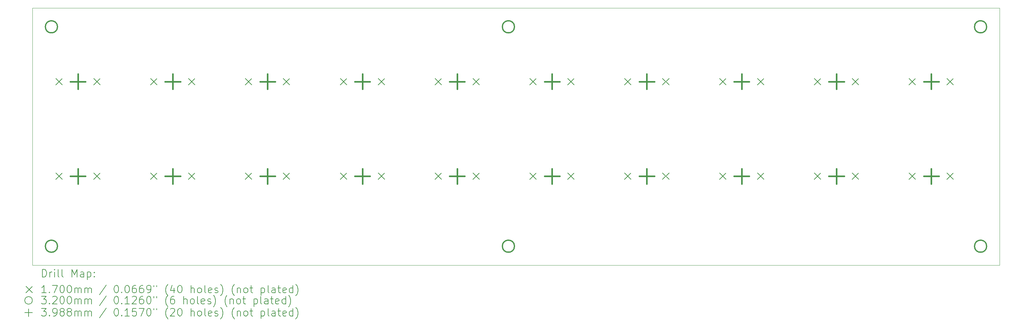
<source format=gbr>
%TF.GenerationSoftware,KiCad,Pcbnew,8.0.4*%
%TF.CreationDate,2024-09-20T17:19:15+02:00*%
%TF.ProjectId,Keys_Flash,4b657973-5f46-46c6-9173-682e6b696361,rev?*%
%TF.SameCoordinates,Original*%
%TF.FileFunction,Drillmap*%
%TF.FilePolarity,Positive*%
%FSLAX45Y45*%
G04 Gerber Fmt 4.5, Leading zero omitted, Abs format (unit mm)*
G04 Created by KiCad (PCBNEW 8.0.4) date 2024-09-20 17:19:15*
%MOMM*%
%LPD*%
G01*
G04 APERTURE LIST*
%ADD10C,0.050000*%
%ADD11C,0.200000*%
%ADD12C,0.170000*%
%ADD13C,0.320000*%
%ADD14C,0.398780*%
G04 APERTURE END LIST*
D10*
X27500000Y-15000000D02*
X27500000Y-8200000D01*
X27500000Y-8200000D02*
X2000000Y-8200000D01*
X2000000Y-8200000D02*
X2000000Y-15000000D01*
X2000000Y-15000000D02*
X27500000Y-15000000D01*
D11*
D12*
X2615000Y-10065000D02*
X2785000Y-10235000D01*
X2785000Y-10065000D02*
X2615000Y-10235000D01*
X2615000Y-12565000D02*
X2785000Y-12735000D01*
X2785000Y-12565000D02*
X2615000Y-12735000D01*
X3615000Y-10065000D02*
X3785000Y-10235000D01*
X3785000Y-10065000D02*
X3615000Y-10235000D01*
X3615000Y-12565000D02*
X3785000Y-12735000D01*
X3785000Y-12565000D02*
X3615000Y-12735000D01*
X5115000Y-10065000D02*
X5285000Y-10235000D01*
X5285000Y-10065000D02*
X5115000Y-10235000D01*
X5115000Y-12565000D02*
X5285000Y-12735000D01*
X5285000Y-12565000D02*
X5115000Y-12735000D01*
X6115000Y-10065000D02*
X6285000Y-10235000D01*
X6285000Y-10065000D02*
X6115000Y-10235000D01*
X6115000Y-12565000D02*
X6285000Y-12735000D01*
X6285000Y-12565000D02*
X6115000Y-12735000D01*
X7615000Y-10065000D02*
X7785000Y-10235000D01*
X7785000Y-10065000D02*
X7615000Y-10235000D01*
X7615000Y-12565000D02*
X7785000Y-12735000D01*
X7785000Y-12565000D02*
X7615000Y-12735000D01*
X8615000Y-10065000D02*
X8785000Y-10235000D01*
X8785000Y-10065000D02*
X8615000Y-10235000D01*
X8615000Y-12565000D02*
X8785000Y-12735000D01*
X8785000Y-12565000D02*
X8615000Y-12735000D01*
X10115000Y-10065000D02*
X10285000Y-10235000D01*
X10285000Y-10065000D02*
X10115000Y-10235000D01*
X10115000Y-12565000D02*
X10285000Y-12735000D01*
X10285000Y-12565000D02*
X10115000Y-12735000D01*
X11115000Y-10065000D02*
X11285000Y-10235000D01*
X11285000Y-10065000D02*
X11115000Y-10235000D01*
X11115000Y-12565000D02*
X11285000Y-12735000D01*
X11285000Y-12565000D02*
X11115000Y-12735000D01*
X12615000Y-10065000D02*
X12785000Y-10235000D01*
X12785000Y-10065000D02*
X12615000Y-10235000D01*
X12615000Y-12565000D02*
X12785000Y-12735000D01*
X12785000Y-12565000D02*
X12615000Y-12735000D01*
X13615000Y-10065000D02*
X13785000Y-10235000D01*
X13785000Y-10065000D02*
X13615000Y-10235000D01*
X13615000Y-12565000D02*
X13785000Y-12735000D01*
X13785000Y-12565000D02*
X13615000Y-12735000D01*
X15115000Y-10065000D02*
X15285000Y-10235000D01*
X15285000Y-10065000D02*
X15115000Y-10235000D01*
X15115000Y-12565000D02*
X15285000Y-12735000D01*
X15285000Y-12565000D02*
X15115000Y-12735000D01*
X16115000Y-10065000D02*
X16285000Y-10235000D01*
X16285000Y-10065000D02*
X16115000Y-10235000D01*
X16115000Y-12565000D02*
X16285000Y-12735000D01*
X16285000Y-12565000D02*
X16115000Y-12735000D01*
X17615000Y-10065000D02*
X17785000Y-10235000D01*
X17785000Y-10065000D02*
X17615000Y-10235000D01*
X17615000Y-12565000D02*
X17785000Y-12735000D01*
X17785000Y-12565000D02*
X17615000Y-12735000D01*
X18615000Y-10065000D02*
X18785000Y-10235000D01*
X18785000Y-10065000D02*
X18615000Y-10235000D01*
X18615000Y-12565000D02*
X18785000Y-12735000D01*
X18785000Y-12565000D02*
X18615000Y-12735000D01*
X20115000Y-10065000D02*
X20285000Y-10235000D01*
X20285000Y-10065000D02*
X20115000Y-10235000D01*
X20115000Y-12565000D02*
X20285000Y-12735000D01*
X20285000Y-12565000D02*
X20115000Y-12735000D01*
X21115000Y-10065000D02*
X21285000Y-10235000D01*
X21285000Y-10065000D02*
X21115000Y-10235000D01*
X21115000Y-12565000D02*
X21285000Y-12735000D01*
X21285000Y-12565000D02*
X21115000Y-12735000D01*
X22615000Y-10065000D02*
X22785000Y-10235000D01*
X22785000Y-10065000D02*
X22615000Y-10235000D01*
X22615000Y-12565000D02*
X22785000Y-12735000D01*
X22785000Y-12565000D02*
X22615000Y-12735000D01*
X23615000Y-10065000D02*
X23785000Y-10235000D01*
X23785000Y-10065000D02*
X23615000Y-10235000D01*
X23615000Y-12565000D02*
X23785000Y-12735000D01*
X23785000Y-12565000D02*
X23615000Y-12735000D01*
X25115000Y-10065000D02*
X25285000Y-10235000D01*
X25285000Y-10065000D02*
X25115000Y-10235000D01*
X25115000Y-12565000D02*
X25285000Y-12735000D01*
X25285000Y-12565000D02*
X25115000Y-12735000D01*
X26115000Y-10065000D02*
X26285000Y-10235000D01*
X26285000Y-10065000D02*
X26115000Y-10235000D01*
X26115000Y-12565000D02*
X26285000Y-12735000D01*
X26285000Y-12565000D02*
X26115000Y-12735000D01*
D13*
X2660000Y-8700000D02*
G75*
G02*
X2340000Y-8700000I-160000J0D01*
G01*
X2340000Y-8700000D02*
G75*
G02*
X2660000Y-8700000I160000J0D01*
G01*
X2660000Y-14500000D02*
G75*
G02*
X2340000Y-14500000I-160000J0D01*
G01*
X2340000Y-14500000D02*
G75*
G02*
X2660000Y-14500000I160000J0D01*
G01*
X14710000Y-8700000D02*
G75*
G02*
X14390000Y-8700000I-160000J0D01*
G01*
X14390000Y-8700000D02*
G75*
G02*
X14710000Y-8700000I160000J0D01*
G01*
X14710000Y-14500000D02*
G75*
G02*
X14390000Y-14500000I-160000J0D01*
G01*
X14390000Y-14500000D02*
G75*
G02*
X14710000Y-14500000I160000J0D01*
G01*
X27160000Y-8700000D02*
G75*
G02*
X26840000Y-8700000I-160000J0D01*
G01*
X26840000Y-8700000D02*
G75*
G02*
X27160000Y-8700000I160000J0D01*
G01*
X27160000Y-14500000D02*
G75*
G02*
X26840000Y-14500000I-160000J0D01*
G01*
X26840000Y-14500000D02*
G75*
G02*
X27160000Y-14500000I160000J0D01*
G01*
D14*
X3200000Y-9950610D02*
X3200000Y-10349390D01*
X3000610Y-10150000D02*
X3399390Y-10150000D01*
X3200000Y-12450610D02*
X3200000Y-12849390D01*
X3000610Y-12650000D02*
X3399390Y-12650000D01*
X5700000Y-9950610D02*
X5700000Y-10349390D01*
X5500610Y-10150000D02*
X5899390Y-10150000D01*
X5700000Y-12450610D02*
X5700000Y-12849390D01*
X5500610Y-12650000D02*
X5899390Y-12650000D01*
X8200000Y-9950610D02*
X8200000Y-10349390D01*
X8000610Y-10150000D02*
X8399390Y-10150000D01*
X8200000Y-12450610D02*
X8200000Y-12849390D01*
X8000610Y-12650000D02*
X8399390Y-12650000D01*
X10700000Y-9950610D02*
X10700000Y-10349390D01*
X10500610Y-10150000D02*
X10899390Y-10150000D01*
X10700000Y-12450610D02*
X10700000Y-12849390D01*
X10500610Y-12650000D02*
X10899390Y-12650000D01*
X13200000Y-9950610D02*
X13200000Y-10349390D01*
X13000610Y-10150000D02*
X13399390Y-10150000D01*
X13200000Y-12450610D02*
X13200000Y-12849390D01*
X13000610Y-12650000D02*
X13399390Y-12650000D01*
X15700000Y-9950610D02*
X15700000Y-10349390D01*
X15500610Y-10150000D02*
X15899390Y-10150000D01*
X15700000Y-12450610D02*
X15700000Y-12849390D01*
X15500610Y-12650000D02*
X15899390Y-12650000D01*
X18200000Y-9950610D02*
X18200000Y-10349390D01*
X18000610Y-10150000D02*
X18399390Y-10150000D01*
X18200000Y-12450610D02*
X18200000Y-12849390D01*
X18000610Y-12650000D02*
X18399390Y-12650000D01*
X20700000Y-9950610D02*
X20700000Y-10349390D01*
X20500610Y-10150000D02*
X20899390Y-10150000D01*
X20700000Y-12450610D02*
X20700000Y-12849390D01*
X20500610Y-12650000D02*
X20899390Y-12650000D01*
X23200000Y-9950610D02*
X23200000Y-10349390D01*
X23000610Y-10150000D02*
X23399390Y-10150000D01*
X23200000Y-12450610D02*
X23200000Y-12849390D01*
X23000610Y-12650000D02*
X23399390Y-12650000D01*
X25700000Y-9950610D02*
X25700000Y-10349390D01*
X25500610Y-10150000D02*
X25899390Y-10150000D01*
X25700000Y-12450610D02*
X25700000Y-12849390D01*
X25500610Y-12650000D02*
X25899390Y-12650000D01*
D11*
X2258277Y-15313984D02*
X2258277Y-15113984D01*
X2258277Y-15113984D02*
X2305896Y-15113984D01*
X2305896Y-15113984D02*
X2334467Y-15123508D01*
X2334467Y-15123508D02*
X2353515Y-15142555D01*
X2353515Y-15142555D02*
X2363039Y-15161603D01*
X2363039Y-15161603D02*
X2372563Y-15199698D01*
X2372563Y-15199698D02*
X2372563Y-15228269D01*
X2372563Y-15228269D02*
X2363039Y-15266365D01*
X2363039Y-15266365D02*
X2353515Y-15285412D01*
X2353515Y-15285412D02*
X2334467Y-15304460D01*
X2334467Y-15304460D02*
X2305896Y-15313984D01*
X2305896Y-15313984D02*
X2258277Y-15313984D01*
X2458277Y-15313984D02*
X2458277Y-15180650D01*
X2458277Y-15218746D02*
X2467801Y-15199698D01*
X2467801Y-15199698D02*
X2477324Y-15190174D01*
X2477324Y-15190174D02*
X2496372Y-15180650D01*
X2496372Y-15180650D02*
X2515420Y-15180650D01*
X2582086Y-15313984D02*
X2582086Y-15180650D01*
X2582086Y-15113984D02*
X2572563Y-15123508D01*
X2572563Y-15123508D02*
X2582086Y-15133031D01*
X2582086Y-15133031D02*
X2591610Y-15123508D01*
X2591610Y-15123508D02*
X2582086Y-15113984D01*
X2582086Y-15113984D02*
X2582086Y-15133031D01*
X2705896Y-15313984D02*
X2686848Y-15304460D01*
X2686848Y-15304460D02*
X2677324Y-15285412D01*
X2677324Y-15285412D02*
X2677324Y-15113984D01*
X2810658Y-15313984D02*
X2791610Y-15304460D01*
X2791610Y-15304460D02*
X2782086Y-15285412D01*
X2782086Y-15285412D02*
X2782086Y-15113984D01*
X3039229Y-15313984D02*
X3039229Y-15113984D01*
X3039229Y-15113984D02*
X3105896Y-15256841D01*
X3105896Y-15256841D02*
X3172562Y-15113984D01*
X3172562Y-15113984D02*
X3172562Y-15313984D01*
X3353515Y-15313984D02*
X3353515Y-15209222D01*
X3353515Y-15209222D02*
X3343991Y-15190174D01*
X3343991Y-15190174D02*
X3324943Y-15180650D01*
X3324943Y-15180650D02*
X3286848Y-15180650D01*
X3286848Y-15180650D02*
X3267801Y-15190174D01*
X3353515Y-15304460D02*
X3334467Y-15313984D01*
X3334467Y-15313984D02*
X3286848Y-15313984D01*
X3286848Y-15313984D02*
X3267801Y-15304460D01*
X3267801Y-15304460D02*
X3258277Y-15285412D01*
X3258277Y-15285412D02*
X3258277Y-15266365D01*
X3258277Y-15266365D02*
X3267801Y-15247317D01*
X3267801Y-15247317D02*
X3286848Y-15237793D01*
X3286848Y-15237793D02*
X3334467Y-15237793D01*
X3334467Y-15237793D02*
X3353515Y-15228269D01*
X3448753Y-15180650D02*
X3448753Y-15380650D01*
X3448753Y-15190174D02*
X3467801Y-15180650D01*
X3467801Y-15180650D02*
X3505896Y-15180650D01*
X3505896Y-15180650D02*
X3524943Y-15190174D01*
X3524943Y-15190174D02*
X3534467Y-15199698D01*
X3534467Y-15199698D02*
X3543991Y-15218746D01*
X3543991Y-15218746D02*
X3543991Y-15275888D01*
X3543991Y-15275888D02*
X3534467Y-15294936D01*
X3534467Y-15294936D02*
X3524943Y-15304460D01*
X3524943Y-15304460D02*
X3505896Y-15313984D01*
X3505896Y-15313984D02*
X3467801Y-15313984D01*
X3467801Y-15313984D02*
X3448753Y-15304460D01*
X3629705Y-15294936D02*
X3639229Y-15304460D01*
X3639229Y-15304460D02*
X3629705Y-15313984D01*
X3629705Y-15313984D02*
X3620182Y-15304460D01*
X3620182Y-15304460D02*
X3629705Y-15294936D01*
X3629705Y-15294936D02*
X3629705Y-15313984D01*
X3629705Y-15190174D02*
X3639229Y-15199698D01*
X3639229Y-15199698D02*
X3629705Y-15209222D01*
X3629705Y-15209222D02*
X3620182Y-15199698D01*
X3620182Y-15199698D02*
X3629705Y-15190174D01*
X3629705Y-15190174D02*
X3629705Y-15209222D01*
D12*
X1827500Y-15557500D02*
X1997500Y-15727500D01*
X1997500Y-15557500D02*
X1827500Y-15727500D01*
D11*
X2363039Y-15733984D02*
X2248753Y-15733984D01*
X2305896Y-15733984D02*
X2305896Y-15533984D01*
X2305896Y-15533984D02*
X2286848Y-15562555D01*
X2286848Y-15562555D02*
X2267801Y-15581603D01*
X2267801Y-15581603D02*
X2248753Y-15591127D01*
X2448753Y-15714936D02*
X2458277Y-15724460D01*
X2458277Y-15724460D02*
X2448753Y-15733984D01*
X2448753Y-15733984D02*
X2439229Y-15724460D01*
X2439229Y-15724460D02*
X2448753Y-15714936D01*
X2448753Y-15714936D02*
X2448753Y-15733984D01*
X2524944Y-15533984D02*
X2658277Y-15533984D01*
X2658277Y-15533984D02*
X2572563Y-15733984D01*
X2772563Y-15533984D02*
X2791610Y-15533984D01*
X2791610Y-15533984D02*
X2810658Y-15543508D01*
X2810658Y-15543508D02*
X2820182Y-15553031D01*
X2820182Y-15553031D02*
X2829705Y-15572079D01*
X2829705Y-15572079D02*
X2839229Y-15610174D01*
X2839229Y-15610174D02*
X2839229Y-15657793D01*
X2839229Y-15657793D02*
X2829705Y-15695888D01*
X2829705Y-15695888D02*
X2820182Y-15714936D01*
X2820182Y-15714936D02*
X2810658Y-15724460D01*
X2810658Y-15724460D02*
X2791610Y-15733984D01*
X2791610Y-15733984D02*
X2772563Y-15733984D01*
X2772563Y-15733984D02*
X2753515Y-15724460D01*
X2753515Y-15724460D02*
X2743991Y-15714936D01*
X2743991Y-15714936D02*
X2734467Y-15695888D01*
X2734467Y-15695888D02*
X2724944Y-15657793D01*
X2724944Y-15657793D02*
X2724944Y-15610174D01*
X2724944Y-15610174D02*
X2734467Y-15572079D01*
X2734467Y-15572079D02*
X2743991Y-15553031D01*
X2743991Y-15553031D02*
X2753515Y-15543508D01*
X2753515Y-15543508D02*
X2772563Y-15533984D01*
X2963039Y-15533984D02*
X2982086Y-15533984D01*
X2982086Y-15533984D02*
X3001134Y-15543508D01*
X3001134Y-15543508D02*
X3010658Y-15553031D01*
X3010658Y-15553031D02*
X3020182Y-15572079D01*
X3020182Y-15572079D02*
X3029705Y-15610174D01*
X3029705Y-15610174D02*
X3029705Y-15657793D01*
X3029705Y-15657793D02*
X3020182Y-15695888D01*
X3020182Y-15695888D02*
X3010658Y-15714936D01*
X3010658Y-15714936D02*
X3001134Y-15724460D01*
X3001134Y-15724460D02*
X2982086Y-15733984D01*
X2982086Y-15733984D02*
X2963039Y-15733984D01*
X2963039Y-15733984D02*
X2943991Y-15724460D01*
X2943991Y-15724460D02*
X2934467Y-15714936D01*
X2934467Y-15714936D02*
X2924943Y-15695888D01*
X2924943Y-15695888D02*
X2915420Y-15657793D01*
X2915420Y-15657793D02*
X2915420Y-15610174D01*
X2915420Y-15610174D02*
X2924943Y-15572079D01*
X2924943Y-15572079D02*
X2934467Y-15553031D01*
X2934467Y-15553031D02*
X2943991Y-15543508D01*
X2943991Y-15543508D02*
X2963039Y-15533984D01*
X3115420Y-15733984D02*
X3115420Y-15600650D01*
X3115420Y-15619698D02*
X3124943Y-15610174D01*
X3124943Y-15610174D02*
X3143991Y-15600650D01*
X3143991Y-15600650D02*
X3172563Y-15600650D01*
X3172563Y-15600650D02*
X3191610Y-15610174D01*
X3191610Y-15610174D02*
X3201134Y-15629222D01*
X3201134Y-15629222D02*
X3201134Y-15733984D01*
X3201134Y-15629222D02*
X3210658Y-15610174D01*
X3210658Y-15610174D02*
X3229705Y-15600650D01*
X3229705Y-15600650D02*
X3258277Y-15600650D01*
X3258277Y-15600650D02*
X3277324Y-15610174D01*
X3277324Y-15610174D02*
X3286848Y-15629222D01*
X3286848Y-15629222D02*
X3286848Y-15733984D01*
X3382086Y-15733984D02*
X3382086Y-15600650D01*
X3382086Y-15619698D02*
X3391610Y-15610174D01*
X3391610Y-15610174D02*
X3410658Y-15600650D01*
X3410658Y-15600650D02*
X3439229Y-15600650D01*
X3439229Y-15600650D02*
X3458277Y-15610174D01*
X3458277Y-15610174D02*
X3467801Y-15629222D01*
X3467801Y-15629222D02*
X3467801Y-15733984D01*
X3467801Y-15629222D02*
X3477324Y-15610174D01*
X3477324Y-15610174D02*
X3496372Y-15600650D01*
X3496372Y-15600650D02*
X3524943Y-15600650D01*
X3524943Y-15600650D02*
X3543991Y-15610174D01*
X3543991Y-15610174D02*
X3553515Y-15629222D01*
X3553515Y-15629222D02*
X3553515Y-15733984D01*
X3943991Y-15524460D02*
X3772563Y-15781603D01*
X4201134Y-15533984D02*
X4220182Y-15533984D01*
X4220182Y-15533984D02*
X4239229Y-15543508D01*
X4239229Y-15543508D02*
X4248753Y-15553031D01*
X4248753Y-15553031D02*
X4258277Y-15572079D01*
X4258277Y-15572079D02*
X4267801Y-15610174D01*
X4267801Y-15610174D02*
X4267801Y-15657793D01*
X4267801Y-15657793D02*
X4258277Y-15695888D01*
X4258277Y-15695888D02*
X4248753Y-15714936D01*
X4248753Y-15714936D02*
X4239229Y-15724460D01*
X4239229Y-15724460D02*
X4220182Y-15733984D01*
X4220182Y-15733984D02*
X4201134Y-15733984D01*
X4201134Y-15733984D02*
X4182086Y-15724460D01*
X4182086Y-15724460D02*
X4172563Y-15714936D01*
X4172563Y-15714936D02*
X4163039Y-15695888D01*
X4163039Y-15695888D02*
X4153515Y-15657793D01*
X4153515Y-15657793D02*
X4153515Y-15610174D01*
X4153515Y-15610174D02*
X4163039Y-15572079D01*
X4163039Y-15572079D02*
X4172563Y-15553031D01*
X4172563Y-15553031D02*
X4182086Y-15543508D01*
X4182086Y-15543508D02*
X4201134Y-15533984D01*
X4353515Y-15714936D02*
X4363039Y-15724460D01*
X4363039Y-15724460D02*
X4353515Y-15733984D01*
X4353515Y-15733984D02*
X4343991Y-15724460D01*
X4343991Y-15724460D02*
X4353515Y-15714936D01*
X4353515Y-15714936D02*
X4353515Y-15733984D01*
X4486848Y-15533984D02*
X4505896Y-15533984D01*
X4505896Y-15533984D02*
X4524944Y-15543508D01*
X4524944Y-15543508D02*
X4534468Y-15553031D01*
X4534468Y-15553031D02*
X4543991Y-15572079D01*
X4543991Y-15572079D02*
X4553515Y-15610174D01*
X4553515Y-15610174D02*
X4553515Y-15657793D01*
X4553515Y-15657793D02*
X4543991Y-15695888D01*
X4543991Y-15695888D02*
X4534468Y-15714936D01*
X4534468Y-15714936D02*
X4524944Y-15724460D01*
X4524944Y-15724460D02*
X4505896Y-15733984D01*
X4505896Y-15733984D02*
X4486848Y-15733984D01*
X4486848Y-15733984D02*
X4467801Y-15724460D01*
X4467801Y-15724460D02*
X4458277Y-15714936D01*
X4458277Y-15714936D02*
X4448753Y-15695888D01*
X4448753Y-15695888D02*
X4439229Y-15657793D01*
X4439229Y-15657793D02*
X4439229Y-15610174D01*
X4439229Y-15610174D02*
X4448753Y-15572079D01*
X4448753Y-15572079D02*
X4458277Y-15553031D01*
X4458277Y-15553031D02*
X4467801Y-15543508D01*
X4467801Y-15543508D02*
X4486848Y-15533984D01*
X4724944Y-15533984D02*
X4686848Y-15533984D01*
X4686848Y-15533984D02*
X4667801Y-15543508D01*
X4667801Y-15543508D02*
X4658277Y-15553031D01*
X4658277Y-15553031D02*
X4639229Y-15581603D01*
X4639229Y-15581603D02*
X4629706Y-15619698D01*
X4629706Y-15619698D02*
X4629706Y-15695888D01*
X4629706Y-15695888D02*
X4639229Y-15714936D01*
X4639229Y-15714936D02*
X4648753Y-15724460D01*
X4648753Y-15724460D02*
X4667801Y-15733984D01*
X4667801Y-15733984D02*
X4705896Y-15733984D01*
X4705896Y-15733984D02*
X4724944Y-15724460D01*
X4724944Y-15724460D02*
X4734468Y-15714936D01*
X4734468Y-15714936D02*
X4743991Y-15695888D01*
X4743991Y-15695888D02*
X4743991Y-15648269D01*
X4743991Y-15648269D02*
X4734468Y-15629222D01*
X4734468Y-15629222D02*
X4724944Y-15619698D01*
X4724944Y-15619698D02*
X4705896Y-15610174D01*
X4705896Y-15610174D02*
X4667801Y-15610174D01*
X4667801Y-15610174D02*
X4648753Y-15619698D01*
X4648753Y-15619698D02*
X4639229Y-15629222D01*
X4639229Y-15629222D02*
X4629706Y-15648269D01*
X4915420Y-15533984D02*
X4877325Y-15533984D01*
X4877325Y-15533984D02*
X4858277Y-15543508D01*
X4858277Y-15543508D02*
X4848753Y-15553031D01*
X4848753Y-15553031D02*
X4829706Y-15581603D01*
X4829706Y-15581603D02*
X4820182Y-15619698D01*
X4820182Y-15619698D02*
X4820182Y-15695888D01*
X4820182Y-15695888D02*
X4829706Y-15714936D01*
X4829706Y-15714936D02*
X4839229Y-15724460D01*
X4839229Y-15724460D02*
X4858277Y-15733984D01*
X4858277Y-15733984D02*
X4896372Y-15733984D01*
X4896372Y-15733984D02*
X4915420Y-15724460D01*
X4915420Y-15724460D02*
X4924944Y-15714936D01*
X4924944Y-15714936D02*
X4934468Y-15695888D01*
X4934468Y-15695888D02*
X4934468Y-15648269D01*
X4934468Y-15648269D02*
X4924944Y-15629222D01*
X4924944Y-15629222D02*
X4915420Y-15619698D01*
X4915420Y-15619698D02*
X4896372Y-15610174D01*
X4896372Y-15610174D02*
X4858277Y-15610174D01*
X4858277Y-15610174D02*
X4839229Y-15619698D01*
X4839229Y-15619698D02*
X4829706Y-15629222D01*
X4829706Y-15629222D02*
X4820182Y-15648269D01*
X5029706Y-15733984D02*
X5067801Y-15733984D01*
X5067801Y-15733984D02*
X5086849Y-15724460D01*
X5086849Y-15724460D02*
X5096372Y-15714936D01*
X5096372Y-15714936D02*
X5115420Y-15686365D01*
X5115420Y-15686365D02*
X5124944Y-15648269D01*
X5124944Y-15648269D02*
X5124944Y-15572079D01*
X5124944Y-15572079D02*
X5115420Y-15553031D01*
X5115420Y-15553031D02*
X5105896Y-15543508D01*
X5105896Y-15543508D02*
X5086849Y-15533984D01*
X5086849Y-15533984D02*
X5048753Y-15533984D01*
X5048753Y-15533984D02*
X5029706Y-15543508D01*
X5029706Y-15543508D02*
X5020182Y-15553031D01*
X5020182Y-15553031D02*
X5010658Y-15572079D01*
X5010658Y-15572079D02*
X5010658Y-15619698D01*
X5010658Y-15619698D02*
X5020182Y-15638746D01*
X5020182Y-15638746D02*
X5029706Y-15648269D01*
X5029706Y-15648269D02*
X5048753Y-15657793D01*
X5048753Y-15657793D02*
X5086849Y-15657793D01*
X5086849Y-15657793D02*
X5105896Y-15648269D01*
X5105896Y-15648269D02*
X5115420Y-15638746D01*
X5115420Y-15638746D02*
X5124944Y-15619698D01*
X5201134Y-15533984D02*
X5201134Y-15572079D01*
X5277325Y-15533984D02*
X5277325Y-15572079D01*
X5572563Y-15810174D02*
X5563039Y-15800650D01*
X5563039Y-15800650D02*
X5543991Y-15772079D01*
X5543991Y-15772079D02*
X5534468Y-15753031D01*
X5534468Y-15753031D02*
X5524944Y-15724460D01*
X5524944Y-15724460D02*
X5515420Y-15676841D01*
X5515420Y-15676841D02*
X5515420Y-15638746D01*
X5515420Y-15638746D02*
X5524944Y-15591127D01*
X5524944Y-15591127D02*
X5534468Y-15562555D01*
X5534468Y-15562555D02*
X5543991Y-15543508D01*
X5543991Y-15543508D02*
X5563039Y-15514936D01*
X5563039Y-15514936D02*
X5572563Y-15505412D01*
X5734468Y-15600650D02*
X5734468Y-15733984D01*
X5686848Y-15524460D02*
X5639229Y-15667317D01*
X5639229Y-15667317D02*
X5763039Y-15667317D01*
X5877325Y-15533984D02*
X5896372Y-15533984D01*
X5896372Y-15533984D02*
X5915420Y-15543508D01*
X5915420Y-15543508D02*
X5924944Y-15553031D01*
X5924944Y-15553031D02*
X5934468Y-15572079D01*
X5934468Y-15572079D02*
X5943991Y-15610174D01*
X5943991Y-15610174D02*
X5943991Y-15657793D01*
X5943991Y-15657793D02*
X5934468Y-15695888D01*
X5934468Y-15695888D02*
X5924944Y-15714936D01*
X5924944Y-15714936D02*
X5915420Y-15724460D01*
X5915420Y-15724460D02*
X5896372Y-15733984D01*
X5896372Y-15733984D02*
X5877325Y-15733984D01*
X5877325Y-15733984D02*
X5858277Y-15724460D01*
X5858277Y-15724460D02*
X5848753Y-15714936D01*
X5848753Y-15714936D02*
X5839229Y-15695888D01*
X5839229Y-15695888D02*
X5829706Y-15657793D01*
X5829706Y-15657793D02*
X5829706Y-15610174D01*
X5829706Y-15610174D02*
X5839229Y-15572079D01*
X5839229Y-15572079D02*
X5848753Y-15553031D01*
X5848753Y-15553031D02*
X5858277Y-15543508D01*
X5858277Y-15543508D02*
X5877325Y-15533984D01*
X6182087Y-15733984D02*
X6182087Y-15533984D01*
X6267801Y-15733984D02*
X6267801Y-15629222D01*
X6267801Y-15629222D02*
X6258277Y-15610174D01*
X6258277Y-15610174D02*
X6239230Y-15600650D01*
X6239230Y-15600650D02*
X6210658Y-15600650D01*
X6210658Y-15600650D02*
X6191610Y-15610174D01*
X6191610Y-15610174D02*
X6182087Y-15619698D01*
X6391610Y-15733984D02*
X6372563Y-15724460D01*
X6372563Y-15724460D02*
X6363039Y-15714936D01*
X6363039Y-15714936D02*
X6353515Y-15695888D01*
X6353515Y-15695888D02*
X6353515Y-15638746D01*
X6353515Y-15638746D02*
X6363039Y-15619698D01*
X6363039Y-15619698D02*
X6372563Y-15610174D01*
X6372563Y-15610174D02*
X6391610Y-15600650D01*
X6391610Y-15600650D02*
X6420182Y-15600650D01*
X6420182Y-15600650D02*
X6439230Y-15610174D01*
X6439230Y-15610174D02*
X6448753Y-15619698D01*
X6448753Y-15619698D02*
X6458277Y-15638746D01*
X6458277Y-15638746D02*
X6458277Y-15695888D01*
X6458277Y-15695888D02*
X6448753Y-15714936D01*
X6448753Y-15714936D02*
X6439230Y-15724460D01*
X6439230Y-15724460D02*
X6420182Y-15733984D01*
X6420182Y-15733984D02*
X6391610Y-15733984D01*
X6572563Y-15733984D02*
X6553515Y-15724460D01*
X6553515Y-15724460D02*
X6543991Y-15705412D01*
X6543991Y-15705412D02*
X6543991Y-15533984D01*
X6724944Y-15724460D02*
X6705896Y-15733984D01*
X6705896Y-15733984D02*
X6667801Y-15733984D01*
X6667801Y-15733984D02*
X6648753Y-15724460D01*
X6648753Y-15724460D02*
X6639230Y-15705412D01*
X6639230Y-15705412D02*
X6639230Y-15629222D01*
X6639230Y-15629222D02*
X6648753Y-15610174D01*
X6648753Y-15610174D02*
X6667801Y-15600650D01*
X6667801Y-15600650D02*
X6705896Y-15600650D01*
X6705896Y-15600650D02*
X6724944Y-15610174D01*
X6724944Y-15610174D02*
X6734468Y-15629222D01*
X6734468Y-15629222D02*
X6734468Y-15648269D01*
X6734468Y-15648269D02*
X6639230Y-15667317D01*
X6810658Y-15724460D02*
X6829706Y-15733984D01*
X6829706Y-15733984D02*
X6867801Y-15733984D01*
X6867801Y-15733984D02*
X6886849Y-15724460D01*
X6886849Y-15724460D02*
X6896372Y-15705412D01*
X6896372Y-15705412D02*
X6896372Y-15695888D01*
X6896372Y-15695888D02*
X6886849Y-15676841D01*
X6886849Y-15676841D02*
X6867801Y-15667317D01*
X6867801Y-15667317D02*
X6839230Y-15667317D01*
X6839230Y-15667317D02*
X6820182Y-15657793D01*
X6820182Y-15657793D02*
X6810658Y-15638746D01*
X6810658Y-15638746D02*
X6810658Y-15629222D01*
X6810658Y-15629222D02*
X6820182Y-15610174D01*
X6820182Y-15610174D02*
X6839230Y-15600650D01*
X6839230Y-15600650D02*
X6867801Y-15600650D01*
X6867801Y-15600650D02*
X6886849Y-15610174D01*
X6963039Y-15810174D02*
X6972563Y-15800650D01*
X6972563Y-15800650D02*
X6991611Y-15772079D01*
X6991611Y-15772079D02*
X7001134Y-15753031D01*
X7001134Y-15753031D02*
X7010658Y-15724460D01*
X7010658Y-15724460D02*
X7020182Y-15676841D01*
X7020182Y-15676841D02*
X7020182Y-15638746D01*
X7020182Y-15638746D02*
X7010658Y-15591127D01*
X7010658Y-15591127D02*
X7001134Y-15562555D01*
X7001134Y-15562555D02*
X6991611Y-15543508D01*
X6991611Y-15543508D02*
X6972563Y-15514936D01*
X6972563Y-15514936D02*
X6963039Y-15505412D01*
X7324944Y-15810174D02*
X7315420Y-15800650D01*
X7315420Y-15800650D02*
X7296372Y-15772079D01*
X7296372Y-15772079D02*
X7286849Y-15753031D01*
X7286849Y-15753031D02*
X7277325Y-15724460D01*
X7277325Y-15724460D02*
X7267801Y-15676841D01*
X7267801Y-15676841D02*
X7267801Y-15638746D01*
X7267801Y-15638746D02*
X7277325Y-15591127D01*
X7277325Y-15591127D02*
X7286849Y-15562555D01*
X7286849Y-15562555D02*
X7296372Y-15543508D01*
X7296372Y-15543508D02*
X7315420Y-15514936D01*
X7315420Y-15514936D02*
X7324944Y-15505412D01*
X7401134Y-15600650D02*
X7401134Y-15733984D01*
X7401134Y-15619698D02*
X7410658Y-15610174D01*
X7410658Y-15610174D02*
X7429706Y-15600650D01*
X7429706Y-15600650D02*
X7458277Y-15600650D01*
X7458277Y-15600650D02*
X7477325Y-15610174D01*
X7477325Y-15610174D02*
X7486849Y-15629222D01*
X7486849Y-15629222D02*
X7486849Y-15733984D01*
X7610658Y-15733984D02*
X7591611Y-15724460D01*
X7591611Y-15724460D02*
X7582087Y-15714936D01*
X7582087Y-15714936D02*
X7572563Y-15695888D01*
X7572563Y-15695888D02*
X7572563Y-15638746D01*
X7572563Y-15638746D02*
X7582087Y-15619698D01*
X7582087Y-15619698D02*
X7591611Y-15610174D01*
X7591611Y-15610174D02*
X7610658Y-15600650D01*
X7610658Y-15600650D02*
X7639230Y-15600650D01*
X7639230Y-15600650D02*
X7658277Y-15610174D01*
X7658277Y-15610174D02*
X7667801Y-15619698D01*
X7667801Y-15619698D02*
X7677325Y-15638746D01*
X7677325Y-15638746D02*
X7677325Y-15695888D01*
X7677325Y-15695888D02*
X7667801Y-15714936D01*
X7667801Y-15714936D02*
X7658277Y-15724460D01*
X7658277Y-15724460D02*
X7639230Y-15733984D01*
X7639230Y-15733984D02*
X7610658Y-15733984D01*
X7734468Y-15600650D02*
X7810658Y-15600650D01*
X7763039Y-15533984D02*
X7763039Y-15705412D01*
X7763039Y-15705412D02*
X7772563Y-15724460D01*
X7772563Y-15724460D02*
X7791611Y-15733984D01*
X7791611Y-15733984D02*
X7810658Y-15733984D01*
X8029706Y-15600650D02*
X8029706Y-15800650D01*
X8029706Y-15610174D02*
X8048753Y-15600650D01*
X8048753Y-15600650D02*
X8086849Y-15600650D01*
X8086849Y-15600650D02*
X8105896Y-15610174D01*
X8105896Y-15610174D02*
X8115420Y-15619698D01*
X8115420Y-15619698D02*
X8124944Y-15638746D01*
X8124944Y-15638746D02*
X8124944Y-15695888D01*
X8124944Y-15695888D02*
X8115420Y-15714936D01*
X8115420Y-15714936D02*
X8105896Y-15724460D01*
X8105896Y-15724460D02*
X8086849Y-15733984D01*
X8086849Y-15733984D02*
X8048753Y-15733984D01*
X8048753Y-15733984D02*
X8029706Y-15724460D01*
X8239230Y-15733984D02*
X8220182Y-15724460D01*
X8220182Y-15724460D02*
X8210658Y-15705412D01*
X8210658Y-15705412D02*
X8210658Y-15533984D01*
X8401135Y-15733984D02*
X8401135Y-15629222D01*
X8401135Y-15629222D02*
X8391611Y-15610174D01*
X8391611Y-15610174D02*
X8372563Y-15600650D01*
X8372563Y-15600650D02*
X8334468Y-15600650D01*
X8334468Y-15600650D02*
X8315420Y-15610174D01*
X8401135Y-15724460D02*
X8382087Y-15733984D01*
X8382087Y-15733984D02*
X8334468Y-15733984D01*
X8334468Y-15733984D02*
X8315420Y-15724460D01*
X8315420Y-15724460D02*
X8305896Y-15705412D01*
X8305896Y-15705412D02*
X8305896Y-15686365D01*
X8305896Y-15686365D02*
X8315420Y-15667317D01*
X8315420Y-15667317D02*
X8334468Y-15657793D01*
X8334468Y-15657793D02*
X8382087Y-15657793D01*
X8382087Y-15657793D02*
X8401135Y-15648269D01*
X8467801Y-15600650D02*
X8543992Y-15600650D01*
X8496373Y-15533984D02*
X8496373Y-15705412D01*
X8496373Y-15705412D02*
X8505896Y-15724460D01*
X8505896Y-15724460D02*
X8524944Y-15733984D01*
X8524944Y-15733984D02*
X8543992Y-15733984D01*
X8686849Y-15724460D02*
X8667801Y-15733984D01*
X8667801Y-15733984D02*
X8629706Y-15733984D01*
X8629706Y-15733984D02*
X8610658Y-15724460D01*
X8610658Y-15724460D02*
X8601135Y-15705412D01*
X8601135Y-15705412D02*
X8601135Y-15629222D01*
X8601135Y-15629222D02*
X8610658Y-15610174D01*
X8610658Y-15610174D02*
X8629706Y-15600650D01*
X8629706Y-15600650D02*
X8667801Y-15600650D01*
X8667801Y-15600650D02*
X8686849Y-15610174D01*
X8686849Y-15610174D02*
X8696373Y-15629222D01*
X8696373Y-15629222D02*
X8696373Y-15648269D01*
X8696373Y-15648269D02*
X8601135Y-15667317D01*
X8867801Y-15733984D02*
X8867801Y-15533984D01*
X8867801Y-15724460D02*
X8848754Y-15733984D01*
X8848754Y-15733984D02*
X8810658Y-15733984D01*
X8810658Y-15733984D02*
X8791611Y-15724460D01*
X8791611Y-15724460D02*
X8782087Y-15714936D01*
X8782087Y-15714936D02*
X8772563Y-15695888D01*
X8772563Y-15695888D02*
X8772563Y-15638746D01*
X8772563Y-15638746D02*
X8782087Y-15619698D01*
X8782087Y-15619698D02*
X8791611Y-15610174D01*
X8791611Y-15610174D02*
X8810658Y-15600650D01*
X8810658Y-15600650D02*
X8848754Y-15600650D01*
X8848754Y-15600650D02*
X8867801Y-15610174D01*
X8943992Y-15810174D02*
X8953516Y-15800650D01*
X8953516Y-15800650D02*
X8972563Y-15772079D01*
X8972563Y-15772079D02*
X8982087Y-15753031D01*
X8982087Y-15753031D02*
X8991611Y-15724460D01*
X8991611Y-15724460D02*
X9001135Y-15676841D01*
X9001135Y-15676841D02*
X9001135Y-15638746D01*
X9001135Y-15638746D02*
X8991611Y-15591127D01*
X8991611Y-15591127D02*
X8982087Y-15562555D01*
X8982087Y-15562555D02*
X8972563Y-15543508D01*
X8972563Y-15543508D02*
X8953516Y-15514936D01*
X8953516Y-15514936D02*
X8943992Y-15505412D01*
X1997500Y-15932500D02*
G75*
G02*
X1797500Y-15932500I-100000J0D01*
G01*
X1797500Y-15932500D02*
G75*
G02*
X1997500Y-15932500I100000J0D01*
G01*
X2239229Y-15823984D02*
X2363039Y-15823984D01*
X2363039Y-15823984D02*
X2296372Y-15900174D01*
X2296372Y-15900174D02*
X2324944Y-15900174D01*
X2324944Y-15900174D02*
X2343991Y-15909698D01*
X2343991Y-15909698D02*
X2353515Y-15919222D01*
X2353515Y-15919222D02*
X2363039Y-15938269D01*
X2363039Y-15938269D02*
X2363039Y-15985888D01*
X2363039Y-15985888D02*
X2353515Y-16004936D01*
X2353515Y-16004936D02*
X2343991Y-16014460D01*
X2343991Y-16014460D02*
X2324944Y-16023984D01*
X2324944Y-16023984D02*
X2267801Y-16023984D01*
X2267801Y-16023984D02*
X2248753Y-16014460D01*
X2248753Y-16014460D02*
X2239229Y-16004936D01*
X2448753Y-16004936D02*
X2458277Y-16014460D01*
X2458277Y-16014460D02*
X2448753Y-16023984D01*
X2448753Y-16023984D02*
X2439229Y-16014460D01*
X2439229Y-16014460D02*
X2448753Y-16004936D01*
X2448753Y-16004936D02*
X2448753Y-16023984D01*
X2534467Y-15843031D02*
X2543991Y-15833508D01*
X2543991Y-15833508D02*
X2563039Y-15823984D01*
X2563039Y-15823984D02*
X2610658Y-15823984D01*
X2610658Y-15823984D02*
X2629705Y-15833508D01*
X2629705Y-15833508D02*
X2639229Y-15843031D01*
X2639229Y-15843031D02*
X2648753Y-15862079D01*
X2648753Y-15862079D02*
X2648753Y-15881127D01*
X2648753Y-15881127D02*
X2639229Y-15909698D01*
X2639229Y-15909698D02*
X2524944Y-16023984D01*
X2524944Y-16023984D02*
X2648753Y-16023984D01*
X2772563Y-15823984D02*
X2791610Y-15823984D01*
X2791610Y-15823984D02*
X2810658Y-15833508D01*
X2810658Y-15833508D02*
X2820182Y-15843031D01*
X2820182Y-15843031D02*
X2829705Y-15862079D01*
X2829705Y-15862079D02*
X2839229Y-15900174D01*
X2839229Y-15900174D02*
X2839229Y-15947793D01*
X2839229Y-15947793D02*
X2829705Y-15985888D01*
X2829705Y-15985888D02*
X2820182Y-16004936D01*
X2820182Y-16004936D02*
X2810658Y-16014460D01*
X2810658Y-16014460D02*
X2791610Y-16023984D01*
X2791610Y-16023984D02*
X2772563Y-16023984D01*
X2772563Y-16023984D02*
X2753515Y-16014460D01*
X2753515Y-16014460D02*
X2743991Y-16004936D01*
X2743991Y-16004936D02*
X2734467Y-15985888D01*
X2734467Y-15985888D02*
X2724944Y-15947793D01*
X2724944Y-15947793D02*
X2724944Y-15900174D01*
X2724944Y-15900174D02*
X2734467Y-15862079D01*
X2734467Y-15862079D02*
X2743991Y-15843031D01*
X2743991Y-15843031D02*
X2753515Y-15833508D01*
X2753515Y-15833508D02*
X2772563Y-15823984D01*
X2963039Y-15823984D02*
X2982086Y-15823984D01*
X2982086Y-15823984D02*
X3001134Y-15833508D01*
X3001134Y-15833508D02*
X3010658Y-15843031D01*
X3010658Y-15843031D02*
X3020182Y-15862079D01*
X3020182Y-15862079D02*
X3029705Y-15900174D01*
X3029705Y-15900174D02*
X3029705Y-15947793D01*
X3029705Y-15947793D02*
X3020182Y-15985888D01*
X3020182Y-15985888D02*
X3010658Y-16004936D01*
X3010658Y-16004936D02*
X3001134Y-16014460D01*
X3001134Y-16014460D02*
X2982086Y-16023984D01*
X2982086Y-16023984D02*
X2963039Y-16023984D01*
X2963039Y-16023984D02*
X2943991Y-16014460D01*
X2943991Y-16014460D02*
X2934467Y-16004936D01*
X2934467Y-16004936D02*
X2924943Y-15985888D01*
X2924943Y-15985888D02*
X2915420Y-15947793D01*
X2915420Y-15947793D02*
X2915420Y-15900174D01*
X2915420Y-15900174D02*
X2924943Y-15862079D01*
X2924943Y-15862079D02*
X2934467Y-15843031D01*
X2934467Y-15843031D02*
X2943991Y-15833508D01*
X2943991Y-15833508D02*
X2963039Y-15823984D01*
X3115420Y-16023984D02*
X3115420Y-15890650D01*
X3115420Y-15909698D02*
X3124943Y-15900174D01*
X3124943Y-15900174D02*
X3143991Y-15890650D01*
X3143991Y-15890650D02*
X3172563Y-15890650D01*
X3172563Y-15890650D02*
X3191610Y-15900174D01*
X3191610Y-15900174D02*
X3201134Y-15919222D01*
X3201134Y-15919222D02*
X3201134Y-16023984D01*
X3201134Y-15919222D02*
X3210658Y-15900174D01*
X3210658Y-15900174D02*
X3229705Y-15890650D01*
X3229705Y-15890650D02*
X3258277Y-15890650D01*
X3258277Y-15890650D02*
X3277324Y-15900174D01*
X3277324Y-15900174D02*
X3286848Y-15919222D01*
X3286848Y-15919222D02*
X3286848Y-16023984D01*
X3382086Y-16023984D02*
X3382086Y-15890650D01*
X3382086Y-15909698D02*
X3391610Y-15900174D01*
X3391610Y-15900174D02*
X3410658Y-15890650D01*
X3410658Y-15890650D02*
X3439229Y-15890650D01*
X3439229Y-15890650D02*
X3458277Y-15900174D01*
X3458277Y-15900174D02*
X3467801Y-15919222D01*
X3467801Y-15919222D02*
X3467801Y-16023984D01*
X3467801Y-15919222D02*
X3477324Y-15900174D01*
X3477324Y-15900174D02*
X3496372Y-15890650D01*
X3496372Y-15890650D02*
X3524943Y-15890650D01*
X3524943Y-15890650D02*
X3543991Y-15900174D01*
X3543991Y-15900174D02*
X3553515Y-15919222D01*
X3553515Y-15919222D02*
X3553515Y-16023984D01*
X3943991Y-15814460D02*
X3772563Y-16071603D01*
X4201134Y-15823984D02*
X4220182Y-15823984D01*
X4220182Y-15823984D02*
X4239229Y-15833508D01*
X4239229Y-15833508D02*
X4248753Y-15843031D01*
X4248753Y-15843031D02*
X4258277Y-15862079D01*
X4258277Y-15862079D02*
X4267801Y-15900174D01*
X4267801Y-15900174D02*
X4267801Y-15947793D01*
X4267801Y-15947793D02*
X4258277Y-15985888D01*
X4258277Y-15985888D02*
X4248753Y-16004936D01*
X4248753Y-16004936D02*
X4239229Y-16014460D01*
X4239229Y-16014460D02*
X4220182Y-16023984D01*
X4220182Y-16023984D02*
X4201134Y-16023984D01*
X4201134Y-16023984D02*
X4182086Y-16014460D01*
X4182086Y-16014460D02*
X4172563Y-16004936D01*
X4172563Y-16004936D02*
X4163039Y-15985888D01*
X4163039Y-15985888D02*
X4153515Y-15947793D01*
X4153515Y-15947793D02*
X4153515Y-15900174D01*
X4153515Y-15900174D02*
X4163039Y-15862079D01*
X4163039Y-15862079D02*
X4172563Y-15843031D01*
X4172563Y-15843031D02*
X4182086Y-15833508D01*
X4182086Y-15833508D02*
X4201134Y-15823984D01*
X4353515Y-16004936D02*
X4363039Y-16014460D01*
X4363039Y-16014460D02*
X4353515Y-16023984D01*
X4353515Y-16023984D02*
X4343991Y-16014460D01*
X4343991Y-16014460D02*
X4353515Y-16004936D01*
X4353515Y-16004936D02*
X4353515Y-16023984D01*
X4553515Y-16023984D02*
X4439229Y-16023984D01*
X4496372Y-16023984D02*
X4496372Y-15823984D01*
X4496372Y-15823984D02*
X4477325Y-15852555D01*
X4477325Y-15852555D02*
X4458277Y-15871603D01*
X4458277Y-15871603D02*
X4439229Y-15881127D01*
X4629706Y-15843031D02*
X4639229Y-15833508D01*
X4639229Y-15833508D02*
X4658277Y-15823984D01*
X4658277Y-15823984D02*
X4705896Y-15823984D01*
X4705896Y-15823984D02*
X4724944Y-15833508D01*
X4724944Y-15833508D02*
X4734468Y-15843031D01*
X4734468Y-15843031D02*
X4743991Y-15862079D01*
X4743991Y-15862079D02*
X4743991Y-15881127D01*
X4743991Y-15881127D02*
X4734468Y-15909698D01*
X4734468Y-15909698D02*
X4620182Y-16023984D01*
X4620182Y-16023984D02*
X4743991Y-16023984D01*
X4915420Y-15823984D02*
X4877325Y-15823984D01*
X4877325Y-15823984D02*
X4858277Y-15833508D01*
X4858277Y-15833508D02*
X4848753Y-15843031D01*
X4848753Y-15843031D02*
X4829706Y-15871603D01*
X4829706Y-15871603D02*
X4820182Y-15909698D01*
X4820182Y-15909698D02*
X4820182Y-15985888D01*
X4820182Y-15985888D02*
X4829706Y-16004936D01*
X4829706Y-16004936D02*
X4839229Y-16014460D01*
X4839229Y-16014460D02*
X4858277Y-16023984D01*
X4858277Y-16023984D02*
X4896372Y-16023984D01*
X4896372Y-16023984D02*
X4915420Y-16014460D01*
X4915420Y-16014460D02*
X4924944Y-16004936D01*
X4924944Y-16004936D02*
X4934468Y-15985888D01*
X4934468Y-15985888D02*
X4934468Y-15938269D01*
X4934468Y-15938269D02*
X4924944Y-15919222D01*
X4924944Y-15919222D02*
X4915420Y-15909698D01*
X4915420Y-15909698D02*
X4896372Y-15900174D01*
X4896372Y-15900174D02*
X4858277Y-15900174D01*
X4858277Y-15900174D02*
X4839229Y-15909698D01*
X4839229Y-15909698D02*
X4829706Y-15919222D01*
X4829706Y-15919222D02*
X4820182Y-15938269D01*
X5058277Y-15823984D02*
X5077325Y-15823984D01*
X5077325Y-15823984D02*
X5096372Y-15833508D01*
X5096372Y-15833508D02*
X5105896Y-15843031D01*
X5105896Y-15843031D02*
X5115420Y-15862079D01*
X5115420Y-15862079D02*
X5124944Y-15900174D01*
X5124944Y-15900174D02*
X5124944Y-15947793D01*
X5124944Y-15947793D02*
X5115420Y-15985888D01*
X5115420Y-15985888D02*
X5105896Y-16004936D01*
X5105896Y-16004936D02*
X5096372Y-16014460D01*
X5096372Y-16014460D02*
X5077325Y-16023984D01*
X5077325Y-16023984D02*
X5058277Y-16023984D01*
X5058277Y-16023984D02*
X5039229Y-16014460D01*
X5039229Y-16014460D02*
X5029706Y-16004936D01*
X5029706Y-16004936D02*
X5020182Y-15985888D01*
X5020182Y-15985888D02*
X5010658Y-15947793D01*
X5010658Y-15947793D02*
X5010658Y-15900174D01*
X5010658Y-15900174D02*
X5020182Y-15862079D01*
X5020182Y-15862079D02*
X5029706Y-15843031D01*
X5029706Y-15843031D02*
X5039229Y-15833508D01*
X5039229Y-15833508D02*
X5058277Y-15823984D01*
X5201134Y-15823984D02*
X5201134Y-15862079D01*
X5277325Y-15823984D02*
X5277325Y-15862079D01*
X5572563Y-16100174D02*
X5563039Y-16090650D01*
X5563039Y-16090650D02*
X5543991Y-16062079D01*
X5543991Y-16062079D02*
X5534468Y-16043031D01*
X5534468Y-16043031D02*
X5524944Y-16014460D01*
X5524944Y-16014460D02*
X5515420Y-15966841D01*
X5515420Y-15966841D02*
X5515420Y-15928746D01*
X5515420Y-15928746D02*
X5524944Y-15881127D01*
X5524944Y-15881127D02*
X5534468Y-15852555D01*
X5534468Y-15852555D02*
X5543991Y-15833508D01*
X5543991Y-15833508D02*
X5563039Y-15804936D01*
X5563039Y-15804936D02*
X5572563Y-15795412D01*
X5734468Y-15823984D02*
X5696372Y-15823984D01*
X5696372Y-15823984D02*
X5677325Y-15833508D01*
X5677325Y-15833508D02*
X5667801Y-15843031D01*
X5667801Y-15843031D02*
X5648753Y-15871603D01*
X5648753Y-15871603D02*
X5639229Y-15909698D01*
X5639229Y-15909698D02*
X5639229Y-15985888D01*
X5639229Y-15985888D02*
X5648753Y-16004936D01*
X5648753Y-16004936D02*
X5658277Y-16014460D01*
X5658277Y-16014460D02*
X5677325Y-16023984D01*
X5677325Y-16023984D02*
X5715420Y-16023984D01*
X5715420Y-16023984D02*
X5734468Y-16014460D01*
X5734468Y-16014460D02*
X5743991Y-16004936D01*
X5743991Y-16004936D02*
X5753515Y-15985888D01*
X5753515Y-15985888D02*
X5753515Y-15938269D01*
X5753515Y-15938269D02*
X5743991Y-15919222D01*
X5743991Y-15919222D02*
X5734468Y-15909698D01*
X5734468Y-15909698D02*
X5715420Y-15900174D01*
X5715420Y-15900174D02*
X5677325Y-15900174D01*
X5677325Y-15900174D02*
X5658277Y-15909698D01*
X5658277Y-15909698D02*
X5648753Y-15919222D01*
X5648753Y-15919222D02*
X5639229Y-15938269D01*
X5991610Y-16023984D02*
X5991610Y-15823984D01*
X6077325Y-16023984D02*
X6077325Y-15919222D01*
X6077325Y-15919222D02*
X6067801Y-15900174D01*
X6067801Y-15900174D02*
X6048753Y-15890650D01*
X6048753Y-15890650D02*
X6020182Y-15890650D01*
X6020182Y-15890650D02*
X6001134Y-15900174D01*
X6001134Y-15900174D02*
X5991610Y-15909698D01*
X6201134Y-16023984D02*
X6182087Y-16014460D01*
X6182087Y-16014460D02*
X6172563Y-16004936D01*
X6172563Y-16004936D02*
X6163039Y-15985888D01*
X6163039Y-15985888D02*
X6163039Y-15928746D01*
X6163039Y-15928746D02*
X6172563Y-15909698D01*
X6172563Y-15909698D02*
X6182087Y-15900174D01*
X6182087Y-15900174D02*
X6201134Y-15890650D01*
X6201134Y-15890650D02*
X6229706Y-15890650D01*
X6229706Y-15890650D02*
X6248753Y-15900174D01*
X6248753Y-15900174D02*
X6258277Y-15909698D01*
X6258277Y-15909698D02*
X6267801Y-15928746D01*
X6267801Y-15928746D02*
X6267801Y-15985888D01*
X6267801Y-15985888D02*
X6258277Y-16004936D01*
X6258277Y-16004936D02*
X6248753Y-16014460D01*
X6248753Y-16014460D02*
X6229706Y-16023984D01*
X6229706Y-16023984D02*
X6201134Y-16023984D01*
X6382087Y-16023984D02*
X6363039Y-16014460D01*
X6363039Y-16014460D02*
X6353515Y-15995412D01*
X6353515Y-15995412D02*
X6353515Y-15823984D01*
X6534468Y-16014460D02*
X6515420Y-16023984D01*
X6515420Y-16023984D02*
X6477325Y-16023984D01*
X6477325Y-16023984D02*
X6458277Y-16014460D01*
X6458277Y-16014460D02*
X6448753Y-15995412D01*
X6448753Y-15995412D02*
X6448753Y-15919222D01*
X6448753Y-15919222D02*
X6458277Y-15900174D01*
X6458277Y-15900174D02*
X6477325Y-15890650D01*
X6477325Y-15890650D02*
X6515420Y-15890650D01*
X6515420Y-15890650D02*
X6534468Y-15900174D01*
X6534468Y-15900174D02*
X6543991Y-15919222D01*
X6543991Y-15919222D02*
X6543991Y-15938269D01*
X6543991Y-15938269D02*
X6448753Y-15957317D01*
X6620182Y-16014460D02*
X6639230Y-16023984D01*
X6639230Y-16023984D02*
X6677325Y-16023984D01*
X6677325Y-16023984D02*
X6696372Y-16014460D01*
X6696372Y-16014460D02*
X6705896Y-15995412D01*
X6705896Y-15995412D02*
X6705896Y-15985888D01*
X6705896Y-15985888D02*
X6696372Y-15966841D01*
X6696372Y-15966841D02*
X6677325Y-15957317D01*
X6677325Y-15957317D02*
X6648753Y-15957317D01*
X6648753Y-15957317D02*
X6629706Y-15947793D01*
X6629706Y-15947793D02*
X6620182Y-15928746D01*
X6620182Y-15928746D02*
X6620182Y-15919222D01*
X6620182Y-15919222D02*
X6629706Y-15900174D01*
X6629706Y-15900174D02*
X6648753Y-15890650D01*
X6648753Y-15890650D02*
X6677325Y-15890650D01*
X6677325Y-15890650D02*
X6696372Y-15900174D01*
X6772563Y-16100174D02*
X6782087Y-16090650D01*
X6782087Y-16090650D02*
X6801134Y-16062079D01*
X6801134Y-16062079D02*
X6810658Y-16043031D01*
X6810658Y-16043031D02*
X6820182Y-16014460D01*
X6820182Y-16014460D02*
X6829706Y-15966841D01*
X6829706Y-15966841D02*
X6829706Y-15928746D01*
X6829706Y-15928746D02*
X6820182Y-15881127D01*
X6820182Y-15881127D02*
X6810658Y-15852555D01*
X6810658Y-15852555D02*
X6801134Y-15833508D01*
X6801134Y-15833508D02*
X6782087Y-15804936D01*
X6782087Y-15804936D02*
X6772563Y-15795412D01*
X7134468Y-16100174D02*
X7124944Y-16090650D01*
X7124944Y-16090650D02*
X7105896Y-16062079D01*
X7105896Y-16062079D02*
X7096372Y-16043031D01*
X7096372Y-16043031D02*
X7086849Y-16014460D01*
X7086849Y-16014460D02*
X7077325Y-15966841D01*
X7077325Y-15966841D02*
X7077325Y-15928746D01*
X7077325Y-15928746D02*
X7086849Y-15881127D01*
X7086849Y-15881127D02*
X7096372Y-15852555D01*
X7096372Y-15852555D02*
X7105896Y-15833508D01*
X7105896Y-15833508D02*
X7124944Y-15804936D01*
X7124944Y-15804936D02*
X7134468Y-15795412D01*
X7210658Y-15890650D02*
X7210658Y-16023984D01*
X7210658Y-15909698D02*
X7220182Y-15900174D01*
X7220182Y-15900174D02*
X7239230Y-15890650D01*
X7239230Y-15890650D02*
X7267801Y-15890650D01*
X7267801Y-15890650D02*
X7286849Y-15900174D01*
X7286849Y-15900174D02*
X7296372Y-15919222D01*
X7296372Y-15919222D02*
X7296372Y-16023984D01*
X7420182Y-16023984D02*
X7401134Y-16014460D01*
X7401134Y-16014460D02*
X7391611Y-16004936D01*
X7391611Y-16004936D02*
X7382087Y-15985888D01*
X7382087Y-15985888D02*
X7382087Y-15928746D01*
X7382087Y-15928746D02*
X7391611Y-15909698D01*
X7391611Y-15909698D02*
X7401134Y-15900174D01*
X7401134Y-15900174D02*
X7420182Y-15890650D01*
X7420182Y-15890650D02*
X7448753Y-15890650D01*
X7448753Y-15890650D02*
X7467801Y-15900174D01*
X7467801Y-15900174D02*
X7477325Y-15909698D01*
X7477325Y-15909698D02*
X7486849Y-15928746D01*
X7486849Y-15928746D02*
X7486849Y-15985888D01*
X7486849Y-15985888D02*
X7477325Y-16004936D01*
X7477325Y-16004936D02*
X7467801Y-16014460D01*
X7467801Y-16014460D02*
X7448753Y-16023984D01*
X7448753Y-16023984D02*
X7420182Y-16023984D01*
X7543992Y-15890650D02*
X7620182Y-15890650D01*
X7572563Y-15823984D02*
X7572563Y-15995412D01*
X7572563Y-15995412D02*
X7582087Y-16014460D01*
X7582087Y-16014460D02*
X7601134Y-16023984D01*
X7601134Y-16023984D02*
X7620182Y-16023984D01*
X7839230Y-15890650D02*
X7839230Y-16090650D01*
X7839230Y-15900174D02*
X7858277Y-15890650D01*
X7858277Y-15890650D02*
X7896373Y-15890650D01*
X7896373Y-15890650D02*
X7915420Y-15900174D01*
X7915420Y-15900174D02*
X7924944Y-15909698D01*
X7924944Y-15909698D02*
X7934468Y-15928746D01*
X7934468Y-15928746D02*
X7934468Y-15985888D01*
X7934468Y-15985888D02*
X7924944Y-16004936D01*
X7924944Y-16004936D02*
X7915420Y-16014460D01*
X7915420Y-16014460D02*
X7896373Y-16023984D01*
X7896373Y-16023984D02*
X7858277Y-16023984D01*
X7858277Y-16023984D02*
X7839230Y-16014460D01*
X8048753Y-16023984D02*
X8029706Y-16014460D01*
X8029706Y-16014460D02*
X8020182Y-15995412D01*
X8020182Y-15995412D02*
X8020182Y-15823984D01*
X8210658Y-16023984D02*
X8210658Y-15919222D01*
X8210658Y-15919222D02*
X8201134Y-15900174D01*
X8201134Y-15900174D02*
X8182087Y-15890650D01*
X8182087Y-15890650D02*
X8143992Y-15890650D01*
X8143992Y-15890650D02*
X8124944Y-15900174D01*
X8210658Y-16014460D02*
X8191611Y-16023984D01*
X8191611Y-16023984D02*
X8143992Y-16023984D01*
X8143992Y-16023984D02*
X8124944Y-16014460D01*
X8124944Y-16014460D02*
X8115420Y-15995412D01*
X8115420Y-15995412D02*
X8115420Y-15976365D01*
X8115420Y-15976365D02*
X8124944Y-15957317D01*
X8124944Y-15957317D02*
X8143992Y-15947793D01*
X8143992Y-15947793D02*
X8191611Y-15947793D01*
X8191611Y-15947793D02*
X8210658Y-15938269D01*
X8277325Y-15890650D02*
X8353515Y-15890650D01*
X8305896Y-15823984D02*
X8305896Y-15995412D01*
X8305896Y-15995412D02*
X8315420Y-16014460D01*
X8315420Y-16014460D02*
X8334468Y-16023984D01*
X8334468Y-16023984D02*
X8353515Y-16023984D01*
X8496373Y-16014460D02*
X8477325Y-16023984D01*
X8477325Y-16023984D02*
X8439230Y-16023984D01*
X8439230Y-16023984D02*
X8420182Y-16014460D01*
X8420182Y-16014460D02*
X8410658Y-15995412D01*
X8410658Y-15995412D02*
X8410658Y-15919222D01*
X8410658Y-15919222D02*
X8420182Y-15900174D01*
X8420182Y-15900174D02*
X8439230Y-15890650D01*
X8439230Y-15890650D02*
X8477325Y-15890650D01*
X8477325Y-15890650D02*
X8496373Y-15900174D01*
X8496373Y-15900174D02*
X8505896Y-15919222D01*
X8505896Y-15919222D02*
X8505896Y-15938269D01*
X8505896Y-15938269D02*
X8410658Y-15957317D01*
X8677325Y-16023984D02*
X8677325Y-15823984D01*
X8677325Y-16014460D02*
X8658277Y-16023984D01*
X8658277Y-16023984D02*
X8620182Y-16023984D01*
X8620182Y-16023984D02*
X8601135Y-16014460D01*
X8601135Y-16014460D02*
X8591611Y-16004936D01*
X8591611Y-16004936D02*
X8582087Y-15985888D01*
X8582087Y-15985888D02*
X8582087Y-15928746D01*
X8582087Y-15928746D02*
X8591611Y-15909698D01*
X8591611Y-15909698D02*
X8601135Y-15900174D01*
X8601135Y-15900174D02*
X8620182Y-15890650D01*
X8620182Y-15890650D02*
X8658277Y-15890650D01*
X8658277Y-15890650D02*
X8677325Y-15900174D01*
X8753516Y-16100174D02*
X8763039Y-16090650D01*
X8763039Y-16090650D02*
X8782087Y-16062079D01*
X8782087Y-16062079D02*
X8791611Y-16043031D01*
X8791611Y-16043031D02*
X8801135Y-16014460D01*
X8801135Y-16014460D02*
X8810658Y-15966841D01*
X8810658Y-15966841D02*
X8810658Y-15928746D01*
X8810658Y-15928746D02*
X8801135Y-15881127D01*
X8801135Y-15881127D02*
X8791611Y-15852555D01*
X8791611Y-15852555D02*
X8782087Y-15833508D01*
X8782087Y-15833508D02*
X8763039Y-15804936D01*
X8763039Y-15804936D02*
X8753516Y-15795412D01*
X1897500Y-16152500D02*
X1897500Y-16352500D01*
X1797500Y-16252500D02*
X1997500Y-16252500D01*
X2239229Y-16143984D02*
X2363039Y-16143984D01*
X2363039Y-16143984D02*
X2296372Y-16220174D01*
X2296372Y-16220174D02*
X2324944Y-16220174D01*
X2324944Y-16220174D02*
X2343991Y-16229698D01*
X2343991Y-16229698D02*
X2353515Y-16239222D01*
X2353515Y-16239222D02*
X2363039Y-16258269D01*
X2363039Y-16258269D02*
X2363039Y-16305888D01*
X2363039Y-16305888D02*
X2353515Y-16324936D01*
X2353515Y-16324936D02*
X2343991Y-16334460D01*
X2343991Y-16334460D02*
X2324944Y-16343984D01*
X2324944Y-16343984D02*
X2267801Y-16343984D01*
X2267801Y-16343984D02*
X2248753Y-16334460D01*
X2248753Y-16334460D02*
X2239229Y-16324936D01*
X2448753Y-16324936D02*
X2458277Y-16334460D01*
X2458277Y-16334460D02*
X2448753Y-16343984D01*
X2448753Y-16343984D02*
X2439229Y-16334460D01*
X2439229Y-16334460D02*
X2448753Y-16324936D01*
X2448753Y-16324936D02*
X2448753Y-16343984D01*
X2553515Y-16343984D02*
X2591610Y-16343984D01*
X2591610Y-16343984D02*
X2610658Y-16334460D01*
X2610658Y-16334460D02*
X2620182Y-16324936D01*
X2620182Y-16324936D02*
X2639229Y-16296365D01*
X2639229Y-16296365D02*
X2648753Y-16258269D01*
X2648753Y-16258269D02*
X2648753Y-16182079D01*
X2648753Y-16182079D02*
X2639229Y-16163031D01*
X2639229Y-16163031D02*
X2629705Y-16153508D01*
X2629705Y-16153508D02*
X2610658Y-16143984D01*
X2610658Y-16143984D02*
X2572563Y-16143984D01*
X2572563Y-16143984D02*
X2553515Y-16153508D01*
X2553515Y-16153508D02*
X2543991Y-16163031D01*
X2543991Y-16163031D02*
X2534467Y-16182079D01*
X2534467Y-16182079D02*
X2534467Y-16229698D01*
X2534467Y-16229698D02*
X2543991Y-16248746D01*
X2543991Y-16248746D02*
X2553515Y-16258269D01*
X2553515Y-16258269D02*
X2572563Y-16267793D01*
X2572563Y-16267793D02*
X2610658Y-16267793D01*
X2610658Y-16267793D02*
X2629705Y-16258269D01*
X2629705Y-16258269D02*
X2639229Y-16248746D01*
X2639229Y-16248746D02*
X2648753Y-16229698D01*
X2763039Y-16229698D02*
X2743991Y-16220174D01*
X2743991Y-16220174D02*
X2734467Y-16210650D01*
X2734467Y-16210650D02*
X2724944Y-16191603D01*
X2724944Y-16191603D02*
X2724944Y-16182079D01*
X2724944Y-16182079D02*
X2734467Y-16163031D01*
X2734467Y-16163031D02*
X2743991Y-16153508D01*
X2743991Y-16153508D02*
X2763039Y-16143984D01*
X2763039Y-16143984D02*
X2801134Y-16143984D01*
X2801134Y-16143984D02*
X2820182Y-16153508D01*
X2820182Y-16153508D02*
X2829705Y-16163031D01*
X2829705Y-16163031D02*
X2839229Y-16182079D01*
X2839229Y-16182079D02*
X2839229Y-16191603D01*
X2839229Y-16191603D02*
X2829705Y-16210650D01*
X2829705Y-16210650D02*
X2820182Y-16220174D01*
X2820182Y-16220174D02*
X2801134Y-16229698D01*
X2801134Y-16229698D02*
X2763039Y-16229698D01*
X2763039Y-16229698D02*
X2743991Y-16239222D01*
X2743991Y-16239222D02*
X2734467Y-16248746D01*
X2734467Y-16248746D02*
X2724944Y-16267793D01*
X2724944Y-16267793D02*
X2724944Y-16305888D01*
X2724944Y-16305888D02*
X2734467Y-16324936D01*
X2734467Y-16324936D02*
X2743991Y-16334460D01*
X2743991Y-16334460D02*
X2763039Y-16343984D01*
X2763039Y-16343984D02*
X2801134Y-16343984D01*
X2801134Y-16343984D02*
X2820182Y-16334460D01*
X2820182Y-16334460D02*
X2829705Y-16324936D01*
X2829705Y-16324936D02*
X2839229Y-16305888D01*
X2839229Y-16305888D02*
X2839229Y-16267793D01*
X2839229Y-16267793D02*
X2829705Y-16248746D01*
X2829705Y-16248746D02*
X2820182Y-16239222D01*
X2820182Y-16239222D02*
X2801134Y-16229698D01*
X2953515Y-16229698D02*
X2934467Y-16220174D01*
X2934467Y-16220174D02*
X2924943Y-16210650D01*
X2924943Y-16210650D02*
X2915420Y-16191603D01*
X2915420Y-16191603D02*
X2915420Y-16182079D01*
X2915420Y-16182079D02*
X2924943Y-16163031D01*
X2924943Y-16163031D02*
X2934467Y-16153508D01*
X2934467Y-16153508D02*
X2953515Y-16143984D01*
X2953515Y-16143984D02*
X2991610Y-16143984D01*
X2991610Y-16143984D02*
X3010658Y-16153508D01*
X3010658Y-16153508D02*
X3020182Y-16163031D01*
X3020182Y-16163031D02*
X3029705Y-16182079D01*
X3029705Y-16182079D02*
X3029705Y-16191603D01*
X3029705Y-16191603D02*
X3020182Y-16210650D01*
X3020182Y-16210650D02*
X3010658Y-16220174D01*
X3010658Y-16220174D02*
X2991610Y-16229698D01*
X2991610Y-16229698D02*
X2953515Y-16229698D01*
X2953515Y-16229698D02*
X2934467Y-16239222D01*
X2934467Y-16239222D02*
X2924943Y-16248746D01*
X2924943Y-16248746D02*
X2915420Y-16267793D01*
X2915420Y-16267793D02*
X2915420Y-16305888D01*
X2915420Y-16305888D02*
X2924943Y-16324936D01*
X2924943Y-16324936D02*
X2934467Y-16334460D01*
X2934467Y-16334460D02*
X2953515Y-16343984D01*
X2953515Y-16343984D02*
X2991610Y-16343984D01*
X2991610Y-16343984D02*
X3010658Y-16334460D01*
X3010658Y-16334460D02*
X3020182Y-16324936D01*
X3020182Y-16324936D02*
X3029705Y-16305888D01*
X3029705Y-16305888D02*
X3029705Y-16267793D01*
X3029705Y-16267793D02*
X3020182Y-16248746D01*
X3020182Y-16248746D02*
X3010658Y-16239222D01*
X3010658Y-16239222D02*
X2991610Y-16229698D01*
X3115420Y-16343984D02*
X3115420Y-16210650D01*
X3115420Y-16229698D02*
X3124943Y-16220174D01*
X3124943Y-16220174D02*
X3143991Y-16210650D01*
X3143991Y-16210650D02*
X3172563Y-16210650D01*
X3172563Y-16210650D02*
X3191610Y-16220174D01*
X3191610Y-16220174D02*
X3201134Y-16239222D01*
X3201134Y-16239222D02*
X3201134Y-16343984D01*
X3201134Y-16239222D02*
X3210658Y-16220174D01*
X3210658Y-16220174D02*
X3229705Y-16210650D01*
X3229705Y-16210650D02*
X3258277Y-16210650D01*
X3258277Y-16210650D02*
X3277324Y-16220174D01*
X3277324Y-16220174D02*
X3286848Y-16239222D01*
X3286848Y-16239222D02*
X3286848Y-16343984D01*
X3382086Y-16343984D02*
X3382086Y-16210650D01*
X3382086Y-16229698D02*
X3391610Y-16220174D01*
X3391610Y-16220174D02*
X3410658Y-16210650D01*
X3410658Y-16210650D02*
X3439229Y-16210650D01*
X3439229Y-16210650D02*
X3458277Y-16220174D01*
X3458277Y-16220174D02*
X3467801Y-16239222D01*
X3467801Y-16239222D02*
X3467801Y-16343984D01*
X3467801Y-16239222D02*
X3477324Y-16220174D01*
X3477324Y-16220174D02*
X3496372Y-16210650D01*
X3496372Y-16210650D02*
X3524943Y-16210650D01*
X3524943Y-16210650D02*
X3543991Y-16220174D01*
X3543991Y-16220174D02*
X3553515Y-16239222D01*
X3553515Y-16239222D02*
X3553515Y-16343984D01*
X3943991Y-16134460D02*
X3772563Y-16391603D01*
X4201134Y-16143984D02*
X4220182Y-16143984D01*
X4220182Y-16143984D02*
X4239229Y-16153508D01*
X4239229Y-16153508D02*
X4248753Y-16163031D01*
X4248753Y-16163031D02*
X4258277Y-16182079D01*
X4258277Y-16182079D02*
X4267801Y-16220174D01*
X4267801Y-16220174D02*
X4267801Y-16267793D01*
X4267801Y-16267793D02*
X4258277Y-16305888D01*
X4258277Y-16305888D02*
X4248753Y-16324936D01*
X4248753Y-16324936D02*
X4239229Y-16334460D01*
X4239229Y-16334460D02*
X4220182Y-16343984D01*
X4220182Y-16343984D02*
X4201134Y-16343984D01*
X4201134Y-16343984D02*
X4182086Y-16334460D01*
X4182086Y-16334460D02*
X4172563Y-16324936D01*
X4172563Y-16324936D02*
X4163039Y-16305888D01*
X4163039Y-16305888D02*
X4153515Y-16267793D01*
X4153515Y-16267793D02*
X4153515Y-16220174D01*
X4153515Y-16220174D02*
X4163039Y-16182079D01*
X4163039Y-16182079D02*
X4172563Y-16163031D01*
X4172563Y-16163031D02*
X4182086Y-16153508D01*
X4182086Y-16153508D02*
X4201134Y-16143984D01*
X4353515Y-16324936D02*
X4363039Y-16334460D01*
X4363039Y-16334460D02*
X4353515Y-16343984D01*
X4353515Y-16343984D02*
X4343991Y-16334460D01*
X4343991Y-16334460D02*
X4353515Y-16324936D01*
X4353515Y-16324936D02*
X4353515Y-16343984D01*
X4553515Y-16343984D02*
X4439229Y-16343984D01*
X4496372Y-16343984D02*
X4496372Y-16143984D01*
X4496372Y-16143984D02*
X4477325Y-16172555D01*
X4477325Y-16172555D02*
X4458277Y-16191603D01*
X4458277Y-16191603D02*
X4439229Y-16201127D01*
X4734468Y-16143984D02*
X4639229Y-16143984D01*
X4639229Y-16143984D02*
X4629706Y-16239222D01*
X4629706Y-16239222D02*
X4639229Y-16229698D01*
X4639229Y-16229698D02*
X4658277Y-16220174D01*
X4658277Y-16220174D02*
X4705896Y-16220174D01*
X4705896Y-16220174D02*
X4724944Y-16229698D01*
X4724944Y-16229698D02*
X4734468Y-16239222D01*
X4734468Y-16239222D02*
X4743991Y-16258269D01*
X4743991Y-16258269D02*
X4743991Y-16305888D01*
X4743991Y-16305888D02*
X4734468Y-16324936D01*
X4734468Y-16324936D02*
X4724944Y-16334460D01*
X4724944Y-16334460D02*
X4705896Y-16343984D01*
X4705896Y-16343984D02*
X4658277Y-16343984D01*
X4658277Y-16343984D02*
X4639229Y-16334460D01*
X4639229Y-16334460D02*
X4629706Y-16324936D01*
X4810658Y-16143984D02*
X4943991Y-16143984D01*
X4943991Y-16143984D02*
X4858277Y-16343984D01*
X5058277Y-16143984D02*
X5077325Y-16143984D01*
X5077325Y-16143984D02*
X5096372Y-16153508D01*
X5096372Y-16153508D02*
X5105896Y-16163031D01*
X5105896Y-16163031D02*
X5115420Y-16182079D01*
X5115420Y-16182079D02*
X5124944Y-16220174D01*
X5124944Y-16220174D02*
X5124944Y-16267793D01*
X5124944Y-16267793D02*
X5115420Y-16305888D01*
X5115420Y-16305888D02*
X5105896Y-16324936D01*
X5105896Y-16324936D02*
X5096372Y-16334460D01*
X5096372Y-16334460D02*
X5077325Y-16343984D01*
X5077325Y-16343984D02*
X5058277Y-16343984D01*
X5058277Y-16343984D02*
X5039229Y-16334460D01*
X5039229Y-16334460D02*
X5029706Y-16324936D01*
X5029706Y-16324936D02*
X5020182Y-16305888D01*
X5020182Y-16305888D02*
X5010658Y-16267793D01*
X5010658Y-16267793D02*
X5010658Y-16220174D01*
X5010658Y-16220174D02*
X5020182Y-16182079D01*
X5020182Y-16182079D02*
X5029706Y-16163031D01*
X5029706Y-16163031D02*
X5039229Y-16153508D01*
X5039229Y-16153508D02*
X5058277Y-16143984D01*
X5201134Y-16143984D02*
X5201134Y-16182079D01*
X5277325Y-16143984D02*
X5277325Y-16182079D01*
X5572563Y-16420174D02*
X5563039Y-16410650D01*
X5563039Y-16410650D02*
X5543991Y-16382079D01*
X5543991Y-16382079D02*
X5534468Y-16363031D01*
X5534468Y-16363031D02*
X5524944Y-16334460D01*
X5524944Y-16334460D02*
X5515420Y-16286841D01*
X5515420Y-16286841D02*
X5515420Y-16248746D01*
X5515420Y-16248746D02*
X5524944Y-16201127D01*
X5524944Y-16201127D02*
X5534468Y-16172555D01*
X5534468Y-16172555D02*
X5543991Y-16153508D01*
X5543991Y-16153508D02*
X5563039Y-16124936D01*
X5563039Y-16124936D02*
X5572563Y-16115412D01*
X5639229Y-16163031D02*
X5648753Y-16153508D01*
X5648753Y-16153508D02*
X5667801Y-16143984D01*
X5667801Y-16143984D02*
X5715420Y-16143984D01*
X5715420Y-16143984D02*
X5734468Y-16153508D01*
X5734468Y-16153508D02*
X5743991Y-16163031D01*
X5743991Y-16163031D02*
X5753515Y-16182079D01*
X5753515Y-16182079D02*
X5753515Y-16201127D01*
X5753515Y-16201127D02*
X5743991Y-16229698D01*
X5743991Y-16229698D02*
X5629706Y-16343984D01*
X5629706Y-16343984D02*
X5753515Y-16343984D01*
X5877325Y-16143984D02*
X5896372Y-16143984D01*
X5896372Y-16143984D02*
X5915420Y-16153508D01*
X5915420Y-16153508D02*
X5924944Y-16163031D01*
X5924944Y-16163031D02*
X5934468Y-16182079D01*
X5934468Y-16182079D02*
X5943991Y-16220174D01*
X5943991Y-16220174D02*
X5943991Y-16267793D01*
X5943991Y-16267793D02*
X5934468Y-16305888D01*
X5934468Y-16305888D02*
X5924944Y-16324936D01*
X5924944Y-16324936D02*
X5915420Y-16334460D01*
X5915420Y-16334460D02*
X5896372Y-16343984D01*
X5896372Y-16343984D02*
X5877325Y-16343984D01*
X5877325Y-16343984D02*
X5858277Y-16334460D01*
X5858277Y-16334460D02*
X5848753Y-16324936D01*
X5848753Y-16324936D02*
X5839229Y-16305888D01*
X5839229Y-16305888D02*
X5829706Y-16267793D01*
X5829706Y-16267793D02*
X5829706Y-16220174D01*
X5829706Y-16220174D02*
X5839229Y-16182079D01*
X5839229Y-16182079D02*
X5848753Y-16163031D01*
X5848753Y-16163031D02*
X5858277Y-16153508D01*
X5858277Y-16153508D02*
X5877325Y-16143984D01*
X6182087Y-16343984D02*
X6182087Y-16143984D01*
X6267801Y-16343984D02*
X6267801Y-16239222D01*
X6267801Y-16239222D02*
X6258277Y-16220174D01*
X6258277Y-16220174D02*
X6239230Y-16210650D01*
X6239230Y-16210650D02*
X6210658Y-16210650D01*
X6210658Y-16210650D02*
X6191610Y-16220174D01*
X6191610Y-16220174D02*
X6182087Y-16229698D01*
X6391610Y-16343984D02*
X6372563Y-16334460D01*
X6372563Y-16334460D02*
X6363039Y-16324936D01*
X6363039Y-16324936D02*
X6353515Y-16305888D01*
X6353515Y-16305888D02*
X6353515Y-16248746D01*
X6353515Y-16248746D02*
X6363039Y-16229698D01*
X6363039Y-16229698D02*
X6372563Y-16220174D01*
X6372563Y-16220174D02*
X6391610Y-16210650D01*
X6391610Y-16210650D02*
X6420182Y-16210650D01*
X6420182Y-16210650D02*
X6439230Y-16220174D01*
X6439230Y-16220174D02*
X6448753Y-16229698D01*
X6448753Y-16229698D02*
X6458277Y-16248746D01*
X6458277Y-16248746D02*
X6458277Y-16305888D01*
X6458277Y-16305888D02*
X6448753Y-16324936D01*
X6448753Y-16324936D02*
X6439230Y-16334460D01*
X6439230Y-16334460D02*
X6420182Y-16343984D01*
X6420182Y-16343984D02*
X6391610Y-16343984D01*
X6572563Y-16343984D02*
X6553515Y-16334460D01*
X6553515Y-16334460D02*
X6543991Y-16315412D01*
X6543991Y-16315412D02*
X6543991Y-16143984D01*
X6724944Y-16334460D02*
X6705896Y-16343984D01*
X6705896Y-16343984D02*
X6667801Y-16343984D01*
X6667801Y-16343984D02*
X6648753Y-16334460D01*
X6648753Y-16334460D02*
X6639230Y-16315412D01*
X6639230Y-16315412D02*
X6639230Y-16239222D01*
X6639230Y-16239222D02*
X6648753Y-16220174D01*
X6648753Y-16220174D02*
X6667801Y-16210650D01*
X6667801Y-16210650D02*
X6705896Y-16210650D01*
X6705896Y-16210650D02*
X6724944Y-16220174D01*
X6724944Y-16220174D02*
X6734468Y-16239222D01*
X6734468Y-16239222D02*
X6734468Y-16258269D01*
X6734468Y-16258269D02*
X6639230Y-16277317D01*
X6810658Y-16334460D02*
X6829706Y-16343984D01*
X6829706Y-16343984D02*
X6867801Y-16343984D01*
X6867801Y-16343984D02*
X6886849Y-16334460D01*
X6886849Y-16334460D02*
X6896372Y-16315412D01*
X6896372Y-16315412D02*
X6896372Y-16305888D01*
X6896372Y-16305888D02*
X6886849Y-16286841D01*
X6886849Y-16286841D02*
X6867801Y-16277317D01*
X6867801Y-16277317D02*
X6839230Y-16277317D01*
X6839230Y-16277317D02*
X6820182Y-16267793D01*
X6820182Y-16267793D02*
X6810658Y-16248746D01*
X6810658Y-16248746D02*
X6810658Y-16239222D01*
X6810658Y-16239222D02*
X6820182Y-16220174D01*
X6820182Y-16220174D02*
X6839230Y-16210650D01*
X6839230Y-16210650D02*
X6867801Y-16210650D01*
X6867801Y-16210650D02*
X6886849Y-16220174D01*
X6963039Y-16420174D02*
X6972563Y-16410650D01*
X6972563Y-16410650D02*
X6991611Y-16382079D01*
X6991611Y-16382079D02*
X7001134Y-16363031D01*
X7001134Y-16363031D02*
X7010658Y-16334460D01*
X7010658Y-16334460D02*
X7020182Y-16286841D01*
X7020182Y-16286841D02*
X7020182Y-16248746D01*
X7020182Y-16248746D02*
X7010658Y-16201127D01*
X7010658Y-16201127D02*
X7001134Y-16172555D01*
X7001134Y-16172555D02*
X6991611Y-16153508D01*
X6991611Y-16153508D02*
X6972563Y-16124936D01*
X6972563Y-16124936D02*
X6963039Y-16115412D01*
X7324944Y-16420174D02*
X7315420Y-16410650D01*
X7315420Y-16410650D02*
X7296372Y-16382079D01*
X7296372Y-16382079D02*
X7286849Y-16363031D01*
X7286849Y-16363031D02*
X7277325Y-16334460D01*
X7277325Y-16334460D02*
X7267801Y-16286841D01*
X7267801Y-16286841D02*
X7267801Y-16248746D01*
X7267801Y-16248746D02*
X7277325Y-16201127D01*
X7277325Y-16201127D02*
X7286849Y-16172555D01*
X7286849Y-16172555D02*
X7296372Y-16153508D01*
X7296372Y-16153508D02*
X7315420Y-16124936D01*
X7315420Y-16124936D02*
X7324944Y-16115412D01*
X7401134Y-16210650D02*
X7401134Y-16343984D01*
X7401134Y-16229698D02*
X7410658Y-16220174D01*
X7410658Y-16220174D02*
X7429706Y-16210650D01*
X7429706Y-16210650D02*
X7458277Y-16210650D01*
X7458277Y-16210650D02*
X7477325Y-16220174D01*
X7477325Y-16220174D02*
X7486849Y-16239222D01*
X7486849Y-16239222D02*
X7486849Y-16343984D01*
X7610658Y-16343984D02*
X7591611Y-16334460D01*
X7591611Y-16334460D02*
X7582087Y-16324936D01*
X7582087Y-16324936D02*
X7572563Y-16305888D01*
X7572563Y-16305888D02*
X7572563Y-16248746D01*
X7572563Y-16248746D02*
X7582087Y-16229698D01*
X7582087Y-16229698D02*
X7591611Y-16220174D01*
X7591611Y-16220174D02*
X7610658Y-16210650D01*
X7610658Y-16210650D02*
X7639230Y-16210650D01*
X7639230Y-16210650D02*
X7658277Y-16220174D01*
X7658277Y-16220174D02*
X7667801Y-16229698D01*
X7667801Y-16229698D02*
X7677325Y-16248746D01*
X7677325Y-16248746D02*
X7677325Y-16305888D01*
X7677325Y-16305888D02*
X7667801Y-16324936D01*
X7667801Y-16324936D02*
X7658277Y-16334460D01*
X7658277Y-16334460D02*
X7639230Y-16343984D01*
X7639230Y-16343984D02*
X7610658Y-16343984D01*
X7734468Y-16210650D02*
X7810658Y-16210650D01*
X7763039Y-16143984D02*
X7763039Y-16315412D01*
X7763039Y-16315412D02*
X7772563Y-16334460D01*
X7772563Y-16334460D02*
X7791611Y-16343984D01*
X7791611Y-16343984D02*
X7810658Y-16343984D01*
X8029706Y-16210650D02*
X8029706Y-16410650D01*
X8029706Y-16220174D02*
X8048753Y-16210650D01*
X8048753Y-16210650D02*
X8086849Y-16210650D01*
X8086849Y-16210650D02*
X8105896Y-16220174D01*
X8105896Y-16220174D02*
X8115420Y-16229698D01*
X8115420Y-16229698D02*
X8124944Y-16248746D01*
X8124944Y-16248746D02*
X8124944Y-16305888D01*
X8124944Y-16305888D02*
X8115420Y-16324936D01*
X8115420Y-16324936D02*
X8105896Y-16334460D01*
X8105896Y-16334460D02*
X8086849Y-16343984D01*
X8086849Y-16343984D02*
X8048753Y-16343984D01*
X8048753Y-16343984D02*
X8029706Y-16334460D01*
X8239230Y-16343984D02*
X8220182Y-16334460D01*
X8220182Y-16334460D02*
X8210658Y-16315412D01*
X8210658Y-16315412D02*
X8210658Y-16143984D01*
X8401135Y-16343984D02*
X8401135Y-16239222D01*
X8401135Y-16239222D02*
X8391611Y-16220174D01*
X8391611Y-16220174D02*
X8372563Y-16210650D01*
X8372563Y-16210650D02*
X8334468Y-16210650D01*
X8334468Y-16210650D02*
X8315420Y-16220174D01*
X8401135Y-16334460D02*
X8382087Y-16343984D01*
X8382087Y-16343984D02*
X8334468Y-16343984D01*
X8334468Y-16343984D02*
X8315420Y-16334460D01*
X8315420Y-16334460D02*
X8305896Y-16315412D01*
X8305896Y-16315412D02*
X8305896Y-16296365D01*
X8305896Y-16296365D02*
X8315420Y-16277317D01*
X8315420Y-16277317D02*
X8334468Y-16267793D01*
X8334468Y-16267793D02*
X8382087Y-16267793D01*
X8382087Y-16267793D02*
X8401135Y-16258269D01*
X8467801Y-16210650D02*
X8543992Y-16210650D01*
X8496373Y-16143984D02*
X8496373Y-16315412D01*
X8496373Y-16315412D02*
X8505896Y-16334460D01*
X8505896Y-16334460D02*
X8524944Y-16343984D01*
X8524944Y-16343984D02*
X8543992Y-16343984D01*
X8686849Y-16334460D02*
X8667801Y-16343984D01*
X8667801Y-16343984D02*
X8629706Y-16343984D01*
X8629706Y-16343984D02*
X8610658Y-16334460D01*
X8610658Y-16334460D02*
X8601135Y-16315412D01*
X8601135Y-16315412D02*
X8601135Y-16239222D01*
X8601135Y-16239222D02*
X8610658Y-16220174D01*
X8610658Y-16220174D02*
X8629706Y-16210650D01*
X8629706Y-16210650D02*
X8667801Y-16210650D01*
X8667801Y-16210650D02*
X8686849Y-16220174D01*
X8686849Y-16220174D02*
X8696373Y-16239222D01*
X8696373Y-16239222D02*
X8696373Y-16258269D01*
X8696373Y-16258269D02*
X8601135Y-16277317D01*
X8867801Y-16343984D02*
X8867801Y-16143984D01*
X8867801Y-16334460D02*
X8848754Y-16343984D01*
X8848754Y-16343984D02*
X8810658Y-16343984D01*
X8810658Y-16343984D02*
X8791611Y-16334460D01*
X8791611Y-16334460D02*
X8782087Y-16324936D01*
X8782087Y-16324936D02*
X8772563Y-16305888D01*
X8772563Y-16305888D02*
X8772563Y-16248746D01*
X8772563Y-16248746D02*
X8782087Y-16229698D01*
X8782087Y-16229698D02*
X8791611Y-16220174D01*
X8791611Y-16220174D02*
X8810658Y-16210650D01*
X8810658Y-16210650D02*
X8848754Y-16210650D01*
X8848754Y-16210650D02*
X8867801Y-16220174D01*
X8943992Y-16420174D02*
X8953516Y-16410650D01*
X8953516Y-16410650D02*
X8972563Y-16382079D01*
X8972563Y-16382079D02*
X8982087Y-16363031D01*
X8982087Y-16363031D02*
X8991611Y-16334460D01*
X8991611Y-16334460D02*
X9001135Y-16286841D01*
X9001135Y-16286841D02*
X9001135Y-16248746D01*
X9001135Y-16248746D02*
X8991611Y-16201127D01*
X8991611Y-16201127D02*
X8982087Y-16172555D01*
X8982087Y-16172555D02*
X8972563Y-16153508D01*
X8972563Y-16153508D02*
X8953516Y-16124936D01*
X8953516Y-16124936D02*
X8943992Y-16115412D01*
M02*

</source>
